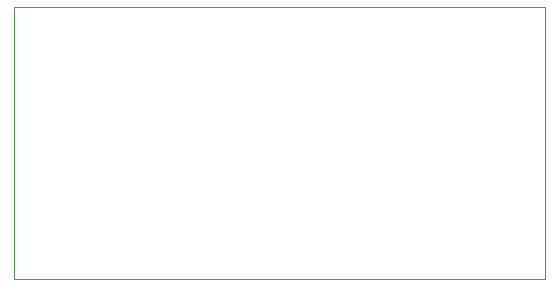
<source format=gko>
%FSLAX44Y44*%
%MOMM*%
G71*
G01*
G75*
G04 Layer_Color=16711935*
%ADD10O,0.6500X0.2000*%
G04:AMPARAMS|DCode=11|XSize=2.75mm|YSize=1.9mm|CornerRadius=0.228mm|HoleSize=0mm|Usage=FLASHONLY|Rotation=90.000|XOffset=0mm|YOffset=0mm|HoleType=Round|Shape=RoundedRectangle|*
%AMROUNDEDRECTD11*
21,1,2.7500,1.4440,0,0,90.0*
21,1,2.2940,1.9000,0,0,90.0*
1,1,0.4560,0.7220,1.1470*
1,1,0.4560,0.7220,-1.1470*
1,1,0.4560,-0.7220,-1.1470*
1,1,0.4560,-0.7220,1.1470*
%
%ADD11ROUNDEDRECTD11*%
G04:AMPARAMS|DCode=12|XSize=1mm|YSize=0.95mm|CornerRadius=0.1995mm|HoleSize=0mm|Usage=FLASHONLY|Rotation=0.000|XOffset=0mm|YOffset=0mm|HoleType=Round|Shape=RoundedRectangle|*
%AMROUNDEDRECTD12*
21,1,1.0000,0.5510,0,0,0.0*
21,1,0.6010,0.9500,0,0,0.0*
1,1,0.3990,0.3005,-0.2755*
1,1,0.3990,-0.3005,-0.2755*
1,1,0.3990,-0.3005,0.2755*
1,1,0.3990,0.3005,0.2755*
%
%ADD12ROUNDEDRECTD12*%
G04:AMPARAMS|DCode=13|XSize=1.45mm|YSize=1.15mm|CornerRadius=0.2013mm|HoleSize=0mm|Usage=FLASHONLY|Rotation=270.000|XOffset=0mm|YOffset=0mm|HoleType=Round|Shape=RoundedRectangle|*
%AMROUNDEDRECTD13*
21,1,1.4500,0.7475,0,0,270.0*
21,1,1.0475,1.1500,0,0,270.0*
1,1,0.4025,-0.3738,-0.5238*
1,1,0.4025,-0.3738,0.5238*
1,1,0.4025,0.3738,0.5238*
1,1,0.4025,0.3738,-0.5238*
%
%ADD13ROUNDEDRECTD13*%
G04:AMPARAMS|DCode=14|XSize=1.45mm|YSize=1.15mm|CornerRadius=0.2013mm|HoleSize=0mm|Usage=FLASHONLY|Rotation=180.000|XOffset=0mm|YOffset=0mm|HoleType=Round|Shape=RoundedRectangle|*
%AMROUNDEDRECTD14*
21,1,1.4500,0.7475,0,0,180.0*
21,1,1.0475,1.1500,0,0,180.0*
1,1,0.4025,-0.5238,0.3738*
1,1,0.4025,0.5238,0.3738*
1,1,0.4025,0.5238,-0.3738*
1,1,0.4025,-0.5238,-0.3738*
%
%ADD14ROUNDEDRECTD14*%
G04:AMPARAMS|DCode=15|XSize=1mm|YSize=0.95mm|CornerRadius=0.1995mm|HoleSize=0mm|Usage=FLASHONLY|Rotation=90.000|XOffset=0mm|YOffset=0mm|HoleType=Round|Shape=RoundedRectangle|*
%AMROUNDEDRECTD15*
21,1,1.0000,0.5510,0,0,90.0*
21,1,0.6010,0.9500,0,0,90.0*
1,1,0.3990,0.2755,0.3005*
1,1,0.3990,0.2755,-0.3005*
1,1,0.3990,-0.2755,-0.3005*
1,1,0.3990,-0.2755,0.3005*
%
%ADD15ROUNDEDRECTD15*%
G04:AMPARAMS|DCode=16|XSize=1mm|YSize=0.9mm|CornerRadius=0.198mm|HoleSize=0mm|Usage=FLASHONLY|Rotation=90.000|XOffset=0mm|YOffset=0mm|HoleType=Round|Shape=RoundedRectangle|*
%AMROUNDEDRECTD16*
21,1,1.0000,0.5040,0,0,90.0*
21,1,0.6040,0.9000,0,0,90.0*
1,1,0.3960,0.2520,0.3020*
1,1,0.3960,0.2520,-0.3020*
1,1,0.3960,-0.2520,-0.3020*
1,1,0.3960,-0.2520,0.3020*
%
%ADD16ROUNDEDRECTD16*%
G04:AMPARAMS|DCode=17|XSize=0.65mm|YSize=0.5mm|CornerRadius=0.2mm|HoleSize=0mm|Usage=FLASHONLY|Rotation=270.000|XOffset=0mm|YOffset=0mm|HoleType=Round|Shape=RoundedRectangle|*
%AMROUNDEDRECTD17*
21,1,0.6500,0.1000,0,0,270.0*
21,1,0.2500,0.5000,0,0,270.0*
1,1,0.4000,-0.0500,-0.1250*
1,1,0.4000,-0.0500,0.1250*
1,1,0.4000,0.0500,0.1250*
1,1,0.4000,0.0500,-0.1250*
%
%ADD17ROUNDEDRECTD17*%
G04:AMPARAMS|DCode=18|XSize=1mm|YSize=0.9mm|CornerRadius=0.198mm|HoleSize=0mm|Usage=FLASHONLY|Rotation=180.000|XOffset=0mm|YOffset=0mm|HoleType=Round|Shape=RoundedRectangle|*
%AMROUNDEDRECTD18*
21,1,1.0000,0.5040,0,0,180.0*
21,1,0.6040,0.9000,0,0,180.0*
1,1,0.3960,-0.3020,0.2520*
1,1,0.3960,0.3020,0.2520*
1,1,0.3960,0.3020,-0.2520*
1,1,0.3960,-0.3020,-0.2520*
%
%ADD18ROUNDEDRECTD18*%
G04:AMPARAMS|DCode=19|XSize=3.4mm|YSize=2.35mm|CornerRadius=0.2938mm|HoleSize=0mm|Usage=FLASHONLY|Rotation=90.000|XOffset=0mm|YOffset=0mm|HoleType=Round|Shape=RoundedRectangle|*
%AMROUNDEDRECTD19*
21,1,3.4000,1.7625,0,0,90.0*
21,1,2.8125,2.3500,0,0,90.0*
1,1,0.5875,0.8812,1.4063*
1,1,0.5875,0.8812,-1.4063*
1,1,0.5875,-0.8812,-1.4063*
1,1,0.5875,-0.8812,1.4063*
%
%ADD19ROUNDEDRECTD19*%
%ADD20O,0.4500X1.5000*%
%ADD21O,0.8500X0.2500*%
%ADD22O,0.2500X0.8500*%
%ADD23R,4.7000X4.7000*%
%ADD24C,0.3000*%
%ADD25C,0.2000*%
%ADD26C,1.0000*%
%ADD27C,0.5000*%
%ADD28C,0.8000*%
%ADD29R,0.4500X1.4000*%
G04:AMPARAMS|DCode=30|XSize=1.3mm|YSize=1.3mm|CornerRadius=0mm|HoleSize=0mm|Usage=FLASHONLY|Rotation=270.000|XOffset=0mm|YOffset=0mm|HoleType=Round|Shape=Octagon|*
%AMOCTAGOND30*
4,1,8,-0.3250,-0.6500,0.3250,-0.6500,0.6500,-0.3250,0.6500,0.3250,0.3250,0.6500,-0.3250,0.6500,-0.6500,0.3250,-0.6500,-0.3250,-0.3250,-0.6500,0.0*
%
%ADD30OCTAGOND30*%

%ADD31C,1.3000*%
%ADD32C,1.0000*%
%ADD33C,1.6000*%
%ADD34C,0.6000*%
%ADD35O,3.0000X1.0000*%
%ADD36C,0.2500*%
%ADD37C,0.1000*%
%ADD38C,0.1500*%
G04:AMPARAMS|DCode=39|XSize=2.05mm|YSize=1.2mm|CornerRadius=0mm|HoleSize=0mm|Usage=FLASHONLY|Rotation=90.000|XOffset=0mm|YOffset=0mm|HoleType=Round|Shape=RoundedRectangle|*
%AMROUNDEDRECTD39*
21,1,2.0500,1.2000,0,0,90.0*
21,1,2.0500,1.2000,0,0,90.0*
1,1,0.0000,0.6000,1.0250*
1,1,0.0000,0.6000,-1.0250*
1,1,0.0000,-0.6000,-1.0250*
1,1,0.0000,-0.6000,1.0250*
%
%ADD39ROUNDEDRECTD39*%
%ADD40R,2.8000X2.8000*%
%ADD41O,0.7500X0.3000*%
G04:AMPARAMS|DCode=42|XSize=2.85mm|YSize=2mm|CornerRadius=0.278mm|HoleSize=0mm|Usage=FLASHONLY|Rotation=90.000|XOffset=0mm|YOffset=0mm|HoleType=Round|Shape=RoundedRectangle|*
%AMROUNDEDRECTD42*
21,1,2.8500,1.4440,0,0,90.0*
21,1,2.2940,2.0000,0,0,90.0*
1,1,0.5560,0.7220,1.1470*
1,1,0.5560,0.7220,-1.1470*
1,1,0.5560,-0.7220,-1.1470*
1,1,0.5560,-0.7220,1.1470*
%
%ADD42ROUNDEDRECTD42*%
G04:AMPARAMS|DCode=43|XSize=1.15mm|YSize=1.1mm|CornerRadius=0.2745mm|HoleSize=0mm|Usage=FLASHONLY|Rotation=0.000|XOffset=0mm|YOffset=0mm|HoleType=Round|Shape=RoundedRectangle|*
%AMROUNDEDRECTD43*
21,1,1.1500,0.5510,0,0,0.0*
21,1,0.6010,1.1000,0,0,0.0*
1,1,0.5490,0.3005,-0.2755*
1,1,0.5490,-0.3005,-0.2755*
1,1,0.5490,-0.3005,0.2755*
1,1,0.5490,0.3005,0.2755*
%
%ADD43ROUNDEDRECTD43*%
G04:AMPARAMS|DCode=44|XSize=1.6mm|YSize=1.3mm|CornerRadius=0.2763mm|HoleSize=0mm|Usage=FLASHONLY|Rotation=270.000|XOffset=0mm|YOffset=0mm|HoleType=Round|Shape=RoundedRectangle|*
%AMROUNDEDRECTD44*
21,1,1.6000,0.7475,0,0,270.0*
21,1,1.0475,1.3000,0,0,270.0*
1,1,0.5525,-0.3738,-0.5238*
1,1,0.5525,-0.3738,0.5238*
1,1,0.5525,0.3738,0.5238*
1,1,0.5525,0.3738,-0.5238*
%
%ADD44ROUNDEDRECTD44*%
G04:AMPARAMS|DCode=45|XSize=1.6mm|YSize=1.3mm|CornerRadius=0.2763mm|HoleSize=0mm|Usage=FLASHONLY|Rotation=180.000|XOffset=0mm|YOffset=0mm|HoleType=Round|Shape=RoundedRectangle|*
%AMROUNDEDRECTD45*
21,1,1.6000,0.7475,0,0,180.0*
21,1,1.0475,1.3000,0,0,180.0*
1,1,0.5525,-0.5238,0.3738*
1,1,0.5525,0.5238,0.3738*
1,1,0.5525,0.5238,-0.3738*
1,1,0.5525,-0.5238,-0.3738*
%
%ADD45ROUNDEDRECTD45*%
G04:AMPARAMS|DCode=46|XSize=1.15mm|YSize=1.1mm|CornerRadius=0.2745mm|HoleSize=0mm|Usage=FLASHONLY|Rotation=90.000|XOffset=0mm|YOffset=0mm|HoleType=Round|Shape=RoundedRectangle|*
%AMROUNDEDRECTD46*
21,1,1.1500,0.5510,0,0,90.0*
21,1,0.6010,1.1000,0,0,90.0*
1,1,0.5490,0.2755,0.3005*
1,1,0.5490,0.2755,-0.3005*
1,1,0.5490,-0.2755,-0.3005*
1,1,0.5490,-0.2755,0.3005*
%
%ADD46ROUNDEDRECTD46*%
G04:AMPARAMS|DCode=47|XSize=1.15mm|YSize=1.05mm|CornerRadius=0.273mm|HoleSize=0mm|Usage=FLASHONLY|Rotation=90.000|XOffset=0mm|YOffset=0mm|HoleType=Round|Shape=RoundedRectangle|*
%AMROUNDEDRECTD47*
21,1,1.1500,0.5040,0,0,90.0*
21,1,0.6040,1.0500,0,0,90.0*
1,1,0.5460,0.2520,0.3020*
1,1,0.5460,0.2520,-0.3020*
1,1,0.5460,-0.2520,-0.3020*
1,1,0.5460,-0.2520,0.3020*
%
%ADD47ROUNDEDRECTD47*%
G04:AMPARAMS|DCode=48|XSize=0.8mm|YSize=0.65mm|CornerRadius=0.275mm|HoleSize=0mm|Usage=FLASHONLY|Rotation=270.000|XOffset=0mm|YOffset=0mm|HoleType=Round|Shape=RoundedRectangle|*
%AMROUNDEDRECTD48*
21,1,0.8000,0.1000,0,0,270.0*
21,1,0.2500,0.6500,0,0,270.0*
1,1,0.5500,-0.0500,-0.1250*
1,1,0.5500,-0.0500,0.1250*
1,1,0.5500,0.0500,0.1250*
1,1,0.5500,0.0500,-0.1250*
%
%ADD48ROUNDEDRECTD48*%
G04:AMPARAMS|DCode=49|XSize=1.15mm|YSize=1.05mm|CornerRadius=0.273mm|HoleSize=0mm|Usage=FLASHONLY|Rotation=180.000|XOffset=0mm|YOffset=0mm|HoleType=Round|Shape=RoundedRectangle|*
%AMROUNDEDRECTD49*
21,1,1.1500,0.5040,0,0,180.0*
21,1,0.6040,1.0500,0,0,180.0*
1,1,0.5460,-0.3020,0.2520*
1,1,0.5460,0.3020,0.2520*
1,1,0.5460,0.3020,-0.2520*
1,1,0.5460,-0.3020,-0.2520*
%
%ADD49ROUNDEDRECTD49*%
G04:AMPARAMS|DCode=50|XSize=3.55mm|YSize=2.5mm|CornerRadius=0.3688mm|HoleSize=0mm|Usage=FLASHONLY|Rotation=90.000|XOffset=0mm|YOffset=0mm|HoleType=Round|Shape=RoundedRectangle|*
%AMROUNDEDRECTD50*
21,1,3.5500,1.7625,0,0,90.0*
21,1,2.8125,2.5000,0,0,90.0*
1,1,0.7375,0.8812,1.4063*
1,1,0.7375,0.8812,-1.4063*
1,1,0.7375,-0.8812,-1.4063*
1,1,0.7375,-0.8812,1.4063*
%
%ADD50ROUNDEDRECTD50*%
%ADD51O,0.5500X1.6000*%
%ADD52O,0.9500X0.3500*%
%ADD53O,0.3500X0.9500*%
%ADD54R,4.8000X4.8000*%
G04:AMPARAMS|DCode=55|XSize=1.5032mm|YSize=1.5032mm|CornerRadius=0mm|HoleSize=0mm|Usage=FLASHONLY|Rotation=270.000|XOffset=0mm|YOffset=0mm|HoleType=Round|Shape=Octagon|*
%AMOCTAGOND55*
4,1,8,-0.3758,-0.7516,0.3758,-0.7516,0.7516,-0.3758,0.7516,0.3758,0.3758,0.7516,-0.3758,0.7516,-0.7516,0.3758,-0.7516,-0.3758,-0.3758,-0.7516,0.0*
%
%ADD55OCTAGOND55*%

%ADD56C,1.5032*%
%ADD57C,2.4500*%
%ADD58C,1.7500*%
%ADD59C,1.2000*%
%ADD60O,3.1500X1.1500*%
D37*
X-0Y-0D02*
X450000D01*
Y230000D01*
X-0D02*
X450000D01*
X-0Y-0D02*
Y230000D01*
M02*

</source>
